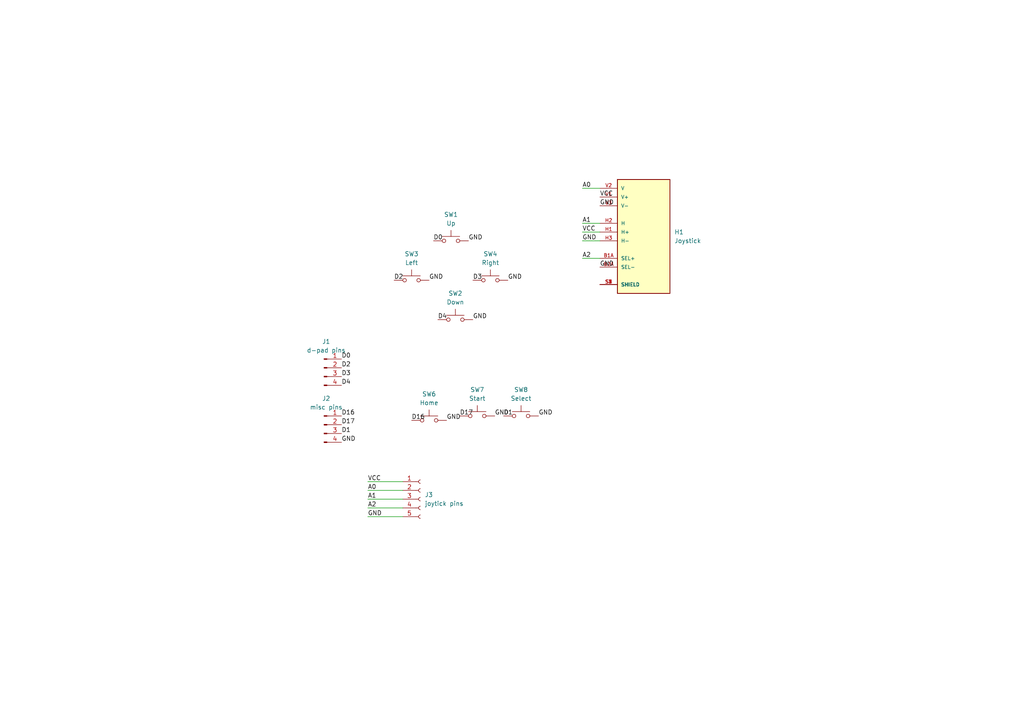
<source format=kicad_sch>
(kicad_sch (version 20231120) (generator "eeschema") (generator_version "8.0")
  (paper "A4")
  (lib_symbols
    (symbol "COM-09032:COM-09032" (pin_names (offset 1.016))
      (property "Reference" "U" (at -7.62 16.002 0))
      (property "Value" "COM-09032" (at -7.62 -20.32 0))
      (symbol "COM-09032_0_0"
        (rectangle (start -7.62 -17.78) (end 7.62 15.24) (stroke (width 0.254)) (fill (type background)))
        (pin passive line (at -12.7 -7.62 0) (length 5.08) (name "SEL+") (number "B1A"))
        (pin passive line (at -12.7 -10.16 0) (length 5.08) (name "SEL-") (number "B2A"))
        (pin passive line (at -12.7 0 0) (length 5.08) (name "H+") (number "H1"))
        (pin passive line (at -12.7 2.54 0) (length 5.08) (name "H") (number "H2"))
        (pin passive line (at -12.7 -2.54 0) (length 5.08) (name "H-") (number "H3"))
        (pin passive line (at -12.7 -15.24 0) (length 5.08) (name "SHIELD") (number "S1"))
        (pin passive line (at -12.7 -15.24 0) (length 5.08) (name "SHIELD") (number "S2"))
        (pin passive line (at -12.7 -15.24 0) (length 5.08) (name "SHIELD") (number "S3"))
        (pin passive line (at -12.7 -15.24 0) (length 5.08) (name "SHIELD") (number "S4"))
        (pin passive line (at -12.7 10.16 0) (length 5.08) (name "V+") (number "V1"))
        (pin passive line (at -12.7 12.7 0) (length 5.08) (name "V") (number "V2"))
        (pin passive line (at -12.7 7.62 0) (length 5.08) (name "V-") (number "V3"))
      )
    )
    (symbol "Connector:Conn_01x04_Pin" (pin_names (offset 1.016) hide)
      (property "Reference" "J" (at 0 5.08 0))
      (property "Value" "Conn_01x04_Pin" (at 0 -7.62 0))
      (symbol "Conn_01x04_Pin_1_1"
        (polyline (pts (xy 1.27 -5.08) (xy 0.8636 -5.08)) (stroke (width 0.1524)))
        (polyline (pts (xy 1.27 -2.54) (xy 0.8636 -2.54)) (stroke (width 0.1524)))
        (polyline (pts (xy 1.27 0) (xy 0.8636 0)) (stroke (width 0.1524)))
        (polyline (pts (xy 1.27 2.54) (xy 0.8636 2.54)) (stroke (width 0.1524)))
        (rectangle (start 0.8636 -4.953) (end 0 -5.207) (stroke (width 0.1524)) (fill (type outline)))
        (rectangle (start 0.8636 -2.413) (end 0 -2.667) (stroke (width 0.1524)) (fill (type outline)))
        (rectangle (start 0.8636 0.127) (end 0 -0.127) (stroke (width 0.1524)) (fill (type outline)))
        (rectangle (start 0.8636 2.667) (end 0 2.413) (stroke (width 0.1524)) (fill (type outline)))
        (pin passive line (at 5.08 2.54 180) (length 3.81) (name "Pin_1") (number "1"))
        (pin passive line (at 5.08 0 180) (length 3.81) (name "Pin_2") (number "2"))
        (pin passive line (at 5.08 -2.54 180) (length 3.81) (name "Pin_3") (number "3"))
        (pin passive line (at 5.08 -5.08 180) (length 3.81) (name "Pin_4") (number "4"))
      )
    )
    (symbol "Connector:Conn_01x05_Socket" (pin_names (offset 1.016) hide)
      (property "Reference" "J" (at 0 7.62 0))
      (property "Value" "Conn_01x05_Socket" (at 0 -7.62 0))
      (symbol "Conn_01x05_Socket_1_1"
        (arc (start 0 -4.572) (mid -0.5058 -5.08) (end 0 -5.588) (stroke (width 0.1524)))
        (arc (start 0 -2.032) (mid -0.5058 -2.54) (end 0 -3.048) (stroke (width 0.1524)))
        (polyline (pts (xy -1.27 -5.08) (xy -0.508 -5.08)) (stroke (width 0.1524)))
        (polyline (pts (xy -1.27 -2.54) (xy -0.508 -2.54)) (stroke (width 0.1524)))
        (polyline (pts (xy -1.27 0) (xy -0.508 0)) (stroke (width 0.1524)))
        (polyline (pts (xy -1.27 2.54) (xy -0.508 2.54)) (stroke (width 0.1524)))
        (polyline (pts (xy -1.27 5.08) (xy -0.508 5.08)) (stroke (width 0.1524)))
        (arc (start 0 0.508) (mid -0.5058 0) (end 0 -0.508) (stroke (width 0.1524)))
        (arc (start 0 3.048) (mid -0.5058 2.54) (end 0 2.032) (stroke (width 0.1524)))
        (arc (start 0 5.588) (mid -0.5058 5.08) (end 0 4.572) (stroke (width 0.1524)))
        (pin passive line (at -5.08 5.08 0) (length 3.81) (name "Pin_1") (number "1"))
        (pin passive line (at -5.08 2.54 0) (length 3.81) (name "Pin_2") (number "2"))
        (pin passive line (at -5.08 0 0) (length 3.81) (name "Pin_3") (number "3"))
        (pin passive line (at -5.08 -2.54 0) (length 3.81) (name "Pin_4") (number "4"))
        (pin passive line (at -5.08 -5.08 0) (length 3.81) (name "Pin_5") (number "5"))
      )
    )
    (symbol "Switch:SW_Push" (pin_numbers hide) (pin_names (offset 1.016) hide)
      (property "Reference" "SW" (at 1.27 2.54 0))
      (property "Value" "SW_Push" (at 0 -1.524 0))
      (symbol "SW_Push_0_1"
        (circle (center -2.032 0) (radius 0.508))
        (polyline (pts (xy 0 1.27) (xy 0 3.048)))
        (polyline (pts (xy 2.54 1.27) (xy -2.54 1.27)))
        (circle (center 2.032 0) (radius 0.508))
        (pin passive line (at -5.08 0 0) (length 2.54) (name "1") (number "1"))
        (pin passive line (at 5.08 0 180) (length 2.54) (name "2") (number "2"))
      )
    )
  )
  (wire (pts (xy 116.84 147.32) (xy 106.68 147.32)))
  (wire (pts (xy 173.99 64.77) (xy 168.91 64.77)))
  (wire (pts (xy 173.99 74.93) (xy 168.91 74.93)))
  (wire (pts (xy 116.84 149.86) (xy 106.68 149.86)))
  (wire (pts (xy 116.84 142.24) (xy 106.68 142.24)))
  (wire (pts (xy 116.84 144.78) (xy 106.68 144.78)))
  (wire (pts (xy 173.99 67.31) (xy 168.91 67.31)))
  (wire (pts (xy 173.99 69.85) (xy 168.91 69.85)))
  (wire (pts (xy 173.99 54.61) (xy 168.91 54.61)))
  (wire (pts (xy 116.84 139.7) (xy 106.68 139.7)))
  (label "GND" (at 137.16 92.71 0))
  (label "D1" (at 99.06 125.73 0))
  (label "A1" (at 168.91 64.77 0))
  (label "D0" (at 125.73 69.85 0))
  (label "GND" (at 129.54 121.92 0))
  (label "GND" (at 156.21 120.65 0))
  (label "GND" (at 143.51 120.65 0))
  (label "D1" (at 146.05 120.65 0))
  (label "D2" (at 99.06 106.68 0))
  (label "D16" (at 119.38 121.92 0))
  (label "A0" (at 168.91 54.61 0))
  (label "GND" (at 135.89 69.85 0))
  (label "D16" (at 99.06 120.65 0))
  (label "A1" (at 106.68 144.78 0))
  (label "A0" (at 106.68 142.24 0))
  (label "VCC" (at 173.99 57.15 0))
  (label "D4" (at 127 92.71 0))
  (label "GND" (at 106.68 149.86 0))
  (label "GND" (at 147.32 81.28 0))
  (label "A2" (at 168.91 74.93 0))
  (label "D0" (at 99.06 104.14 0))
  (label "D2" (at 114.3 81.28 0))
  (label "D17" (at 99.06 123.19 0))
  (label "GND" (at 124.46 81.28 0))
  (label "D4" (at 99.06 111.76 0))
  (label "GND" (at 173.99 77.47 0))
  (label "VCC" (at 106.68 139.7 0))
  (label "D3" (at 99.06 109.22 0))
  (label "VCC" (at 168.91 67.31 0))
  (label "GND" (at 168.91 69.85 0))
  (label "GND" (at 173.99 59.69 0))
  (label "D3" (at 137.16 81.28 0))
  (label "A2" (at 106.68 147.32 0))
  (label "D17" (at 133.35 120.65 0))
  (label "GND" (at 99.06 128.27 0))
  (symbol (lib_id "Connector:Conn_01x05_Socket") (at 121.92 144.78 0) (unit 1)
    (property "Reference" "J3" (at 123.19 143.5099 0) (effects (justify left)))
    (property "Value" "joytick pins" (at 123.19 146.0499 0) (effects (justify left)))
    (property "Footprint" "Connector_PinSocket_2.54mm:PinSocket_1x05_P2.54mm_Vertical" (effects (hide yes)))
  )
  (symbol (lib_id "Switch:SW_Push") (at 130.81 69.85 0) (unit 1)
    (property "Reference" "SW1" (at 130.81 62.23 0))
    (property "Value" "Up" (at 130.81 64.77 0))
    (property "Footprint" "Downloads:SW_BUTT-2" (effects (hide yes)))
    (property "Description" "Push button switch, generic, two pins" (effects (hide yes)))
  )
  (symbol (lib_id "Connector:Conn_01x04_Pin") (at 93.98 106.68 0) (unit 1)
    (property "Reference" "J1" (at 94.615 99.06 0))
    (property "Value" "d-pad pins" (at 94.615 101.6 0))
    (property "Footprint" "Connector_PinSocket_2.54mm:PinSocket_1x04_P2.54mm_Vertical" (effects (hide yes)))
    (property "Description" "Generic connector, single row, 01x04, script generated" (effects (hide yes)))
  )
  (symbol (lib_id "COM-09032:COM-09032") (at 186.69 67.31 0) (unit 1)
    (property "Reference" "H1" (at 195.58 67.3099 0) (effects (justify left)))
    (property "Value" "Joystick" (at 195.58 69.8499 0) (effects (justify left)))
    (property "Footprint" "Downloads:XDCR_COM-09032" (effects (hide yes)))
    (property "MF" "SparkFun Electronics" (effects (hide yes)))
    (property "MAXIMUM_PACKAGE_HEIGHT" "30.1mm" (effects (hide yes)))
    (property "Package" "Package" (effects (hide yes)))
    (property "Price" "None" (effects (hide yes)))
    (property "Check_prices" "https://www.snapeda.com/parts/COM-09032/SparkFun+Electronics/view-part/?ref=eda" (effects (hide yes)))
    (property "STANDARD" "Manufacturer Recommendations" (effects (hide yes)))
    (property "PARTREV" "N/A" (effects (hide yes)))
    (property "SnapEDA_Link" "https://www.snapeda.com/parts/COM-09032/SparkFun+Electronics/view-part/?ref=snap" (effects (hide yes)))
    (property "MP" "COM-09032" (effects (hide yes)))
    (property "Purchase-URL" "https://www.snapeda.com/api/url_track_click_mouser/?unipart_id=888157&manufacturer=SparkFun Electronics&part_name=COM-09032&search_term=None" (effects (hide yes)))
    (property "Description_1" "\nJoystick, 2 - Axis Analog (Resistive) Output\n" (effects (hide yes)))
    (property "Availability" "In Stock" (effects (hide yes)))
    (property "MANUFACTURER" "SparkFun Electronics" (effects (hide yes)))
  )
  (symbol (lib_id "Switch:SW_Push") (at 142.24 81.28 0) (unit 1)
    (property "Reference" "SW4" (at 142.24 73.66 0))
    (property "Value" "Right" (at 142.24 76.2 0))
    (property "Footprint" "Downloads:SW_BUTT-2" (effects (hide yes)))
    (property "Description" "Push button switch, generic, two pins" (effects (hide yes)))
  )
  (symbol (lib_id "Switch:SW_Push") (at 124.46 121.92 0) (unit 1)
    (property "Reference" "SW6" (at 124.46 114.3 0))
    (property "Value" "Home" (at 124.46 116.84 0))
    (property "Footprint" "Downloads:SW_BUTT-2" (effects (hide yes)))
    (property "Description" "Push button switch, generic, two pins" (effects (hide yes)))
  )
  (symbol (lib_id "Switch:SW_Push") (at 151.13 120.65 0) (unit 1)
    (property "Reference" "SW8" (at 151.13 113.03 0))
    (property "Value" "Select" (at 151.13 115.57 0))
    (property "Footprint" "Downloads:SW_BUTT-2" (effects (hide yes)))
    (property "Description" "Push button switch, generic, two pins" (effects (hide yes)))
  )
  (symbol (lib_id "Switch:SW_Push") (at 119.38 81.28 0) (unit 1)
    (property "Reference" "SW3" (at 119.38 73.66 0))
    (property "Value" "Left" (at 119.38 76.2 0))
    (property "Footprint" "Downloads:SW_BUTT-2" (effects (hide yes)))
    (property "Description" "Push button switch, generic, two pins" (effects (hide yes)))
  )
  (symbol (lib_id "Switch:SW_Push") (at 132.08 92.71 0) (unit 1)
    (property "Reference" "SW2" (at 132.08 85.09 0))
    (property "Value" "Down" (at 132.08 87.63 0))
    (property "Footprint" "Downloads:SW_BUTT-2" (effects (hide yes)))
    (property "Description" "Push button switch, generic, two pins" (effects (hide yes)))
  )
  (symbol (lib_id "Switch:SW_Push") (at 138.43 120.65 0) (unit 1)
    (property "Reference" "SW7" (at 138.43 113.03 0))
    (property "Value" "Start" (at 138.43 115.57 0))
    (property "Footprint" "Downloads:SW_BUTT-2" (effects (hide yes)))
    (property "Description" "Push button switch, generic, two pins" (effects (hide yes)))
  )
  (symbol (lib_id "Connector:Conn_01x04_Pin") (at 93.98 123.19 0) (unit 1)
    (property "Reference" "J2" (at 94.615 115.57 0))
    (property "Value" "misc pins" (at 94.615 118.11 0))
    (property "Footprint" "Connector_PinSocket_2.54mm:PinSocket_1x04_P2.54mm_Vertical" (effects (hide yes)))
    (property "Description" "Generic connector, single row, 01x04, script generated" (effects (hide yes)))
  )
)
</source>
